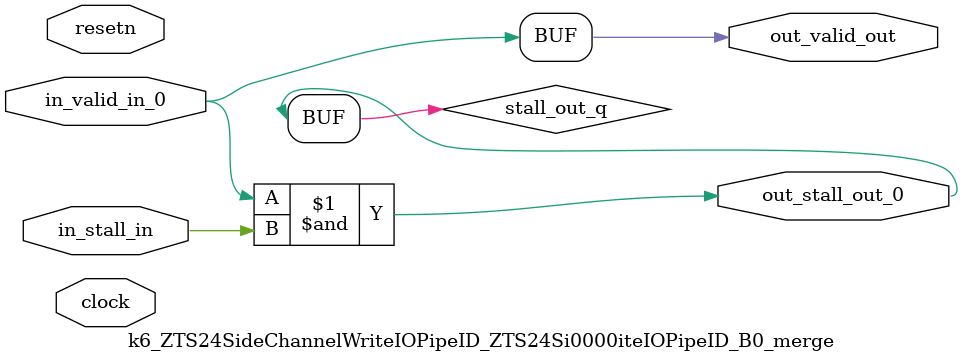
<source format=sv>



(* altera_attribute = "-name AUTO_SHIFT_REGISTER_RECOGNITION OFF; -name MESSAGE_DISABLE 10036; -name MESSAGE_DISABLE 10037; -name MESSAGE_DISABLE 14130; -name MESSAGE_DISABLE 14320; -name MESSAGE_DISABLE 15400; -name MESSAGE_DISABLE 14130; -name MESSAGE_DISABLE 10036; -name MESSAGE_DISABLE 12020; -name MESSAGE_DISABLE 12030; -name MESSAGE_DISABLE 12010; -name MESSAGE_DISABLE 12110; -name MESSAGE_DISABLE 14320; -name MESSAGE_DISABLE 13410; -name MESSAGE_DISABLE 113007; -name MESSAGE_DISABLE 10958" *)
module k6_ZTS24SideChannelWriteIOPipeID_ZTS24Si0000iteIOPipeID_B0_merge (
    input wire [0:0] in_stall_in,
    input wire [0:0] in_valid_in_0,
    output wire [0:0] out_stall_out_0,
    output wire [0:0] out_valid_out,
    input wire clock,
    input wire resetn
    );

    wire [0:0] stall_out_q;


    // stall_out(LOGICAL,6)
    assign stall_out_q = in_valid_in_0 & in_stall_in;

    // out_stall_out_0(GPOUT,4)
    assign out_stall_out_0 = stall_out_q;

    // out_valid_out(GPOUT,5)
    assign out_valid_out = in_valid_in_0;

endmodule

</source>
